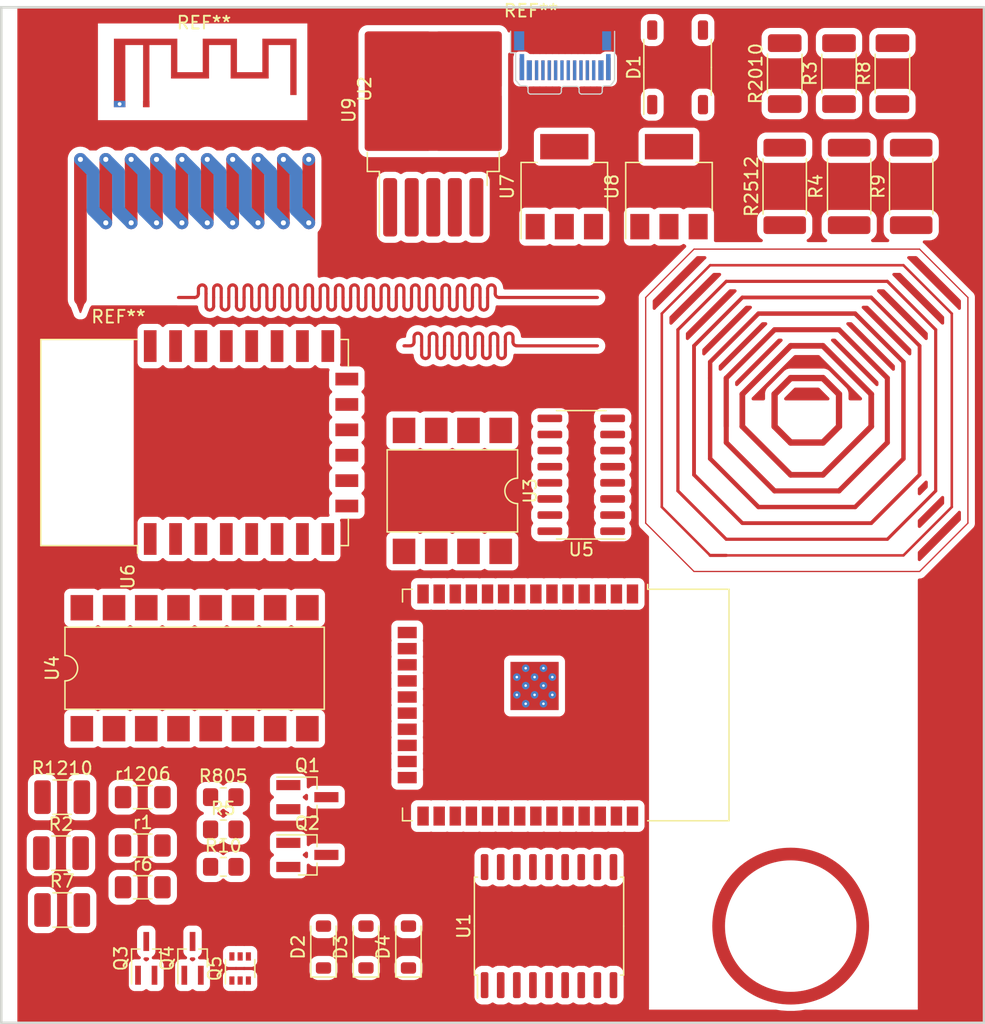
<source format=kicad_pcb>
(kicad_pcb (version 20221018) (generator pcbnew)
  (layers (0 "F.Cu" signal) (31 "B.Cu" signal) (34 "B.Paste" user) (35 "F.Paste" user) (36 "B.SilkS" user "B.Silkscreen") (37 "F.SilkS" user "F.Silkscreen") (38 "B.Mask" user) (39 "F.Mask" user) (44 "Edge.Cuts" user))
  (net 0 "")
  (net 23 "Net-(U2-GND-Pad1)")
  (footprint "Package_TO_SOT_SMD:SOT-323_SC-70_Handsoldering" (layer "F.Cu") (at 179.07 88.9 90)
    (fp_text reference "Q3")
    (fp_text value "2SC4213")
  )
  (footprint "Package_TO_SOT_SMD:SOT-23_Handsoldering" (layer "F.Cu") (at 191.77 76.2)
    (fp_text reference "Q1")
    (fp_text value "BC817")
  )
  (footprint "Package_TO_SOT_SMD:SOT-223-3_TabPin2" (layer "F.Cu") (at 212.025 28.1 90)
    (fp_text reference "U7")
    (fp_text value "AMS1117")
  )
  (footprint "Resistor_SMD:R_1210_3225Metric_Pad1.30x2.65mm_HandSolder" (layer "F.Cu") (at 172.345879 80.610834)
    (fp_text reference "R2")
    (fp_text value "R")
  )
  (footprint "Diode_SMD:D_SOD-123" (layer "F.Cu") (at 199.74 88.01 90)
    (fp_text reference "D4")
    (fp_text value "1N4148W")
  )
  (footprint "Package_TO_SOT_SMD:SOT-223-3_TabPin2" (layer "F.Cu") (at 220.275 28.1 90)
    (fp_text reference "U8")
    (fp_text value "AMS1117")
  )
  (footprint "Resistor_SMD:R_2512_6332Metric_Pad1.40x3.35mm_HandSolder" (layer "F.Cu") (at 239.37 28.08 90)
    (fp_text reference "R9")
    (fp_text value "R")
  )
  (footprint "Package_SO:SOIC-16_3.9x9.9mm_P1.27mm" (layer "F.Cu") (at 213.36 50.8 180)
    (fp_text reference "U5")
    (fp_text value "74HC595")
  )
  (footprint "Resistor_SMD:R_2512_6332Metric_Pad1.40x3.35mm_HandSolder" (layer "F.Cu") (at 234.48 28.08 90)
    (fp_text reference "R4")
    (fp_text value "R")
  )
  (footprint "Resistor_SMD:R_2010_5025Metric_Pad1.40x2.65mm_HandSolder" (layer "F.Cu") (at 233.68 19.19 90)
    (fp_text reference "R3")
    (fp_text value "R")
  )
  (footprint "Package_SO:TSSOP-4_4.4x5mm_P4mm" (layer "F.Cu") (at 220.955 18.7 90)
    (fp_text reference "D1")
    (fp_text value "MDB10S")
  )
  (footprint "Resistor_SMD:R_2512_6332Metric_Pad1.40x3.35mm_HandSolder" (layer "F.Cu") (at 229.4 28.08 90)
    (fp_text reference "R2512")
    (fp_text value "R")
  )
  (footprint "Resistor_SMD:R_0805_2012Metric_Pad1.20x1.40mm_HandSolder" (layer "F.Cu") (at 185.14 81.69)
    (fp_text reference "R10")
    (fp_text value "R")
  )
  (footprint "RF_Module:ESP32-WROOM-32D" (layer "F.Cu") (at 209.15 68.94 -90)
    (fp_text reference "U2")
    (fp_text value "ESP32-WROOM-32D")
  )
  (footprint "Package_TO_SOT_SMD:SOT-23_Handsoldering" (layer "F.Cu") (at 191.77 80.75)
    (fp_text reference "Q2")
    (fp_text value "BC817")
  )
  (footprint "Connector_USB:USB_C_Plug_JAE_DX07P024AJ1" (layer "F.Cu") (at 212.09 17.78)
    (fp_text reference "REF**")
    (fp_text value "USB_C_Plug_JAE_DX07P024AJ1")
    (fp_line (start -4.3 -1.93) (end -4.3 -0.2275) (stroke (width 0.1)) (layer "Edge.Cuts"))
    (fp_line (start -4.3 -0.2275) (end -3.9 -0.2275) (stroke (width 0.1)) (layer "Edge.Cuts"))
    (fp_line (start -3.9 1.9225) (end -3.9 -0.2275) (stroke (width 0.1)) (layer "Edge.Cuts"))
    (fp_line (start -3.53 2.3725) (end -3.9 1.9225) (stroke (width 0.1)) (layer "Edge.Cuts"))
    (fp_line (start -3.125 2.3725) (end -3.53 2.3725) (stroke (width 0.1)) (layer "Edge.Cuts"))
    (fp_line (start -2.925 2.8225) (end -2.925 2.5725) (stroke (width 0.1)) (layer "Edge.Cuts"))
    (fp_line (start -0.5 3.0225) (end -2.725 3.0225) (stroke (width 0.1)) (layer "Edge.Cuts"))
    (fp_line (start -0.3 2.6225) (end -0.3 2.8225) (stroke (width 0.1)) (layer "Edge.Cuts"))
    (fp_line (start -0.1 2.4225) (end 0.9 2.4225) (stroke (width 0.1)) (layer "Edge.Cuts"))
    (fp_line (start 1.1 2.8225) (end 1.1 2.6225) (stroke (width 0.1)) (layer "Edge.Cuts"))
    (fp_line (start 1.3 3.0225) (end 2.725 3.0225) (stroke (width 0.1)) (layer "Edge.Cuts"))
    (fp_line (start 2.925 2.8225) (end 2.925 2.5725) (stroke (width 0.1)) (layer "Edge.Cuts"))
    (fp_line (start 3.125 2.3725) (end 3.575 2.3725) (stroke (width 0.1)) (layer "Edge.Cuts"))
    (fp_line (start 3.575 2.3725) (end 3.9 1.9225) (stroke (width 0.1)) (layer "Edge.Cuts"))
    (fp_line (start 3.9 1.9225) (end 3.9 -1.9175) (stroke (width 0.1)) (layer "Edge.Cuts"))
    (fp_arc (start -3.125 2.3725) (mid -2.983579 2.431079) (end -2.925 2.5725) (stroke (width 0.1)) (layer "Edge.Cuts"))
    (fp_arc (start -2.725 3.0225) (mid -2.866421 2.963921) (end -2.925 2.8225) (stroke (width 0.1)) (layer "Edge.Cuts"))
    (fp_arc (start -0.3 2.6225) (mid -0.241421 2.481079) (end -0.1 2.4225) (stroke (width 0.1)) (layer "Edge.Cuts"))
    (fp_arc (start -0.3 2.8225) (mid -0.358579 2.963921) (end -0.5 3.0225) (stroke (width 0.1)) (layer "Edge.Cuts"))
    (fp_arc (start 0.9 2.4225) (mid 1.041421 2.481079) (end 1.1 2.6225) (stroke (width 0.1)) (layer "Edge.Cuts"))
    (fp_arc (start 1.3 3.0225) (mid 1.158579 2.963921) (end 1.1 2.8225) (stroke (width 0.1)) (layer "Edge.Cuts"))
    (fp_arc (start 2.925 2.5725) (mid 2.983579 2.431079) (end 3.125 2.3725) (stroke (width 0.1)) (layer "Edge.Cuts"))
    (fp_arc (start 2.925 2.8225) (mid 2.866421 2.963921) (end 2.725 3.0225) (stroke (width 0.1)) (layer "Edge.Cuts"))
  )
  (footprint "RF_Module:ESP-12E" (layer "F.Cu") (at 182.88 48.26 90)
    (fp_text reference "U6")
    (fp_text value "ESP-12F")
  )
  (footprint "Resistor_SMD:R_1206_3216Metric_Pad1.30x1.75mm_HandSolder" (layer "F.Cu") (at 178.79 76.2)
    (fp_text reference "r1206")
    (fp_text value "R")
  )
  (footprint "RF_Antenna:Texas_SWRA117D_2.4GHz_Right" (layer "F.Cu") (at 179.07 21.59)
    (fp_text reference "REF**")
    (fp_text value "Texas_SWRA117D_2.4GHz_Right")
  )
  (footprint "Resistor_SMD:R_0805_2012Metric_Pad1.20x1.40mm_HandSolder" (layer "F.Cu") (at 185.14 78.74)
    (fp_text reference "R5")
    (fp_text value "R")
  )
  (footprint "Resistor_SMD:R_2010_5025Metric_Pad1.40x2.65mm_HandSolder" (layer "F.Cu") (at 229.4 19.19 90)
    (fp_text reference "R2010")
    (fp_text value "R")
  )
  (footprint "Resistor_SMD:R_1210_3225Metric_Pad1.30x2.65mm_HandSolder" (layer "F.Cu") (at 172.44 85.09)
    (fp_text reference "R7")
    (fp_text value "R")
  )
  (footprint "Resistor_SMD:R_1206_3216Metric_Pad1.30x1.75mm_HandSolder" (layer "F.Cu") (at 178.79 80.01)
    (fp_text reference "r1")
    (fp_text value "R")
  )
  (footprint "Package_DIP:SMDIP-8_W9.53mm" (layer "F.Cu") (at 203.2 52.07 -90)
    (fp_text reference "U3")
    (fp_text value "LTV-817S")
  )
  (footprint "Resistor_SMD:R_0805_2012Metric_Pad1.20x1.40mm_HandSolder" (layer "F.Cu") (at 185.14 76.2)
    (fp_text reference "R805")
    (fp_text value "R")
  )
  (footprint "Package_SO:SOIC-18W_7.5x11.6mm_P1.27mm" (layer "F.Cu") (at 210.82 86.36 90)
    (fp_text reference "U1")
    (fp_text value "ULN2803A")
  )
  (footprint "Diode_SMD:D_SOD-123" (layer "F.Cu") (at 193.04 88.01 90)
    (fp_text reference "D2")
    (fp_text value "1N4148W")
  )
  (footprint "Package_TO_SOT_SMD:TO-263-5_TabPin3" (layer "F.Cu") (at 201.695 22.075 90)
    (fp_text reference "U9")
    (fp_text value "LM2596S-3.3")
  )
  (footprint "Resistor_SMD:R_2010_5025Metric_Pad1.40x2.65mm_HandSolder" (layer "F.Cu") (at 237.89 19.19 90)
    (fp_text reference "R8")
    (fp_text value "R")
  )
  (footprint "Package_DIP:SMDIP-16_W9.53mm" (layer "F.Cu") (at 182.88 66.04 90)
    (fp_text reference "U4")
    (fp_text value "LTV-847S")
  )
  (footprint "Package_TO_SOT_SMD:SOT-363_SC-70-6" (layer "F.Cu") (at 186.47 89.7 90)
    (fp_text reference "Q5")
    (fp_text value "BC850W")
  )
  (footprint "Diode_SMD:D_SOD-123" (layer "F.Cu") (at 196.39 88.01 90)
    (fp_text reference "D3")
    (fp_text value "1N4148W")
  )
  (footprint "Resistor_SMD:R_1206_3216Metric_Pad1.30x1.75mm_HandSolder" (layer "F.Cu") (at 178.79 83.3)
    (fp_text reference "r6")
    (fp_text value "R")
  )
  (footprint "Resistor_SMD:R_1210_3225Metric_Pad1.30x2.65mm_HandSolder" (layer "F.Cu") (at 172.44 76.2)
    (fp_text reference "R1210")
    (fp_text value "R")
  )
  (footprint "Package_TO_SOT_SMD:SOT-323_SC-70_Handsoldering" (layer "F.Cu") (at 182.72 88.9 90)
    (fp_text reference "Q4")
    (fp_text value "BC817W")
  )
  (footprint "RF_Antenna:Texas_SWRA416_868MHz_915MHz" (layer "F.Cu") (at 182.88 31.75)
    (fp_text reference "REF**")
    (fp_text value "Texas_SWRA416_868MHz_915MHz")
  )
  (gr_circle (center 229.87 86.36) (end 235.549613 86.36) (stroke (width 1)) (fill none) (layer "F.Cu"))
  (gr_rect (start 167.64 13.97) (end 245.11 93.98) (stroke (width 0.2)) (fill none) (layer "Edge.Cuts"))
  (segment (start 234.95 53.34) (end 238.76 49.53) (width 0.35) (layer "F.Cu") (net 0))
  (segment (start 206.78 40.64) (end 206.78 39.94) (width 0.25) (layer "F.Cu") (net 0))
  (segment (start 204.18 36.139203) (end 204.18 36.83) (width 0.25) (layer "F.Cu") (net 0))
  (segment (start 226.06 46.99) (end 226.06 44.45) (width 0.45) (layer "F.Cu") (net 0))
  (segment (start 185.58 37.520774) (end 185.58 36.83) (width 0.25) (layer "F.Cu") (net 0))
  (segment (start 191.58 36.83) (end 191.58 36.139226) (width 0.25) (layer "F.Cu") (net 0))
  (segment (start 207.38 39.94) (end 207.38 40.34) (width 0.25) (layer "F.Cu") (net 0))
  (segment (start 200.78 41.34) (end 200.78 40.64) (width 0.25) (layer "F.Cu") (net 0))
  (segment (start 191.58 37.520774) (end 191.58 36.83) (width 0.25) (layer "F.Cu") (net 0))
  (segment (start 201.98 41.34) (end 201.98 40.64) (width 0.25) (layer "F.Cu") (net 0))
  (segment (start 206.18 39.94) (end 206.18 40.64) (width 0.25) (layer "F.Cu") (net 0))
  (segment (start 237.49 55.88) (end 241.3 52.07) (width 0.25) (layer "F.Cu") (net 0))
  (segment (start 220.98 52.07) (end 224.79 55.88) (width 0.25) (layer "F.Cu") (net 0))
  (segment (start 197.58 37.520774) (end 197.58 36.83) (width 0.25) (layer "F.Cu") (net 0))
  (segment (start 196.38 37.520774) (end 196.38 36.83) (width 0.25) (layer "F.Cu") (net 0))
  (segment (start 240.03 58.42) (end 243.84 54.61) (width 0.1) (layer "F.Cu") (net 0))
  (segment (start 220.98 39.37) (end 220.98 52.07) (width 0.25) (layer "F.Cu") (net 0))
  (segment (start 204.38 41.34) (end 204.38 40.64) (width 0.25) (layer "F.Cu") (net 0))
  (segment (start 194.58 36.139226) (end 194.58 36.83) (width 0.25) (layer "F.Cu") (net 0))
  (segment (start 226.06 44.45) (end 229.87 40.64) (width 0.45) (layer "F.Cu") (net 0))
  (segment (start 202.38 37.520774) (end 202.38 36.83) (width 0.25) (layer "F.Cu") (net 0))
  (segment (start 184.98 36.83) (end 184.98 37.520774) (width 0.25) (layer "F.Cu") (net 0))
  (segment (start 186.18 36.139226) (end 186.18 36.83) (width 0.25) (layer "F.Cu") (net 0))
  (segment (start 195.78 36.83) (end 195.78 37.520774) (width 0.25) (layer "F.Cu") (net 0))
  (segment (start 195.18 36.83) (end 195.18 36.139226) (width 0.25) (layer "F.Cu") (net 0))
  (segment (start 228.6 46.99) (end 228.6 44.45) (width 0.5) (layer "F.Cu") (net 0))
  (segment (start 226.06 36.83) (end 222.25 40.64) (width 0.3) (layer "F.Cu") (net 0))
  (segment (start 205.58 40.64) (end 205.58 39.94) (width 0.25) (layer "F.Cu") (net 0))
  (segment (start 201.98 40.64) (end 201.98 39.94) (width 0.25) (layer "F.Cu") (net 0))
  (segment (start 192.78 36.83) (end 192.78 36.139226) (width 0.25) (layer "F.Cu") (net 0))
  (segment (start 228.6 46.99) (end 229.87 48.26) (width 0.5) (layer "F.Cu") (net 0))
  (segment (start 190.98 36.139226) (end 190.98 36.83) (width 0.25) (layer "F.Cu") (net 0))
  (segment (start 187.98 36.83) (end 187.98 36.139226) (width 0.25) (layer "F.Cu") (net 0))
  (segment (start 184.38 37.520774) (end 184.38 36.83) (width 0.25) (layer "F.Cu") (net 0))
  (segment (start 205.38 36.139226) (end 205.38 36.83) (width 0.25) (layer "F.Cu") (net 0))
  (segment (start 236.22 54.61) (end 240.03 50.8) (width 0.3) (layer "F.Cu") (net 0))
  (segment (start 192.18 36.139226) (end 192.18 36.83) (width 0.25) (layer "F.Cu") (net 0))
  (segment (start 194.58 36.83) (end 194.58 37.520774) (width 0.25) (layer "F.Cu") (net 0))
  (segment (start 242.57 53.34) (end 242.57 38.1) (width 0.2) (layer "F.Cu") (net 0))
  (segment (start 243.84 36.83) (end 240.03 33.02) (width 0.1) (layer "F.Cu") (net 0))
  (segment (start 190.38 37.520774) (end 190.38 36.83) (width 0.25) (layer "F.Cu") (net 0))
  (segment (start 236.22 46.99) (end 236.22 44.45) (width 0.45) (layer "F.Cu") (net 0))
  (segment (start 223.52 41.91) (end 223.52 43.18) (width 0.35) (layer "F.Cu") (net 0))
  (segment (start 232.41 48.26) (end 233.68 46.99) (width 0.5) (layer "F.Cu") (net 0))
  (segment (start 187.38 36.139226) (end 187.38 36.83) (width 0.25) (layer "F.Cu") (net 0))
  (segment (start 187.98 37.520774) (end 187.98 36.83) (width 0.25) (layer "F.Cu") (net 0))
  (segment (start 204.38 40.64) (end 204.38 39.94) (width 0.25) (layer "F.Cu") (net 0))
  (segment (start 222.25 58.42) (end 240.03 58.42) (width 0.1) (layer "F.Cu") (net 0))
  (segment (start 201.38 40.64) (end 201.38 41.34) (width 0.25) (layer "F.Cu") (net 0))
  (segment (start 200.58 36.139226) (end 200.58 36.83) (width 0.25) (layer "F.Cu") (net 0))
  (segment (start 199.88 40.64) (end 199.501527 40.64) (width 0.25) (layer "F.Cu") (net 0))
  (segment (start 241.3 39.37) (end 237.49 35.56) (width 0.25) (layer "F.Cu") (net 0))
  (segment (start 226.06 54.61) (end 236.22 54.61) (width 0.3) (layer "F.Cu") (net 0))
  (segment (start 218.44 36.83) (end 218.44 54.61) (width 0.1) (layer "F.Cu") (net 0))
  (segment (start 232.41 43.18) (end 229.87 43.18) (width 0.5) (layer "F.Cu") (net 0))
  (segment (start 204.98 39.94) (end 204.98 40.64) (width 0.25) (layer "F.Cu") (net 0))
  (segment (start 193.98 37.520774) (end 193.98 36.83) (width 0.25) (layer "F.Cu") (net 0))
  (segment (start 201.78 36.83) (end 201.78 37.520774) (width 0.25) (layer "F.Cu") (net 0))
  (segment (start 224.79 55.88) (end 237.49 55.88) (width 0.25) (layer "F.Cu") (net 0))
  (segment (start 227.33 53.34) (end 234.95 53.34) (width 0.35) (layer "F.Cu") (net 0))
  (segment (start 202.58 39.94) (end 202.58 40.64) (width 0.25) (layer "F.Cu") (net 0))
  (segment (start 199.38 36.139226) (end 199.38 36.83) (width 0.25) (layer "F.Cu") (net 0))
  (segment (start 186.78 37.520774) (end 186.78 36.83) (width 0.25) (layer "F.Cu") (net 0))
  (segment (start 203.18 41.34) (end 203.18 40.64) (width 0.25) (layer "F.Cu") (net 0))
  (segment (start 223.52 34.29) (end 219.71 38.1) (width 0.2) (layer "F.Cu") (net 0))
  (segment (start 190.98 36.83) (end 190.98 37.520774) (width 0.25) (layer "F.Cu") (net 0))
  (segment (start 205.38 36.83) (end 205.38 37.520797) (width 0.25) (layer "F.Cu") (net 0))
  (segment (start 229.87 43.18) (end 228.6 44.45) (width 0.5) (layer "F.Cu") (net 0))
  (segment (start 189.18 36.83) (end 189.18 36.139226) (width 0.25) (layer "F.Cu") (net 0))
  (segment (start 236.22 36.83) (end 226.06 36.83) (width 0.3) (layer "F.Cu") (net 0))
  (segment (start 204.78 37.520774) (end 204.78 36.83) (width 0.25) (layer "F.Cu") (net 0))
  (segment (start 219.71 53.34) (end 223.52 57.15) (width 0.2) (layer "F.Cu") (net 0))
  (segment (start 228.6 52.07) (end 233.68 52.07) (width 0.4) (layer "F.Cu") (net 0))
  (segment (start 188.58 36.139226) (end 188.58 36.83) (width 0.25) (layer "F.Cu") (net 0))
  (segment (start 219.71 38.1) (end 219.71 53.34) (width 0.2) (layer "F.Cu") (net 0))
  (segment (start 222.25 40.64) (end 222.25 50.8) (width 0.3) (layer "F.Cu") (net 0))
  (segment (start 195.18 37.520774) (end 195.18 36.83) (width 0.25) (layer "F.Cu") (net 0))
  (segment (start 206.18 40.64) (end 206.18 41.34) (width 0.25) (layer "F.Cu") (net 0))
  (segment (start 223.52 57.15) (end 238.76 57.15) (width 0.2) (layer "F.Cu") (net 0))
  (segment (start 203.78 39.94) (end 203.78 40.64) (width 0.25) (layer "F.Cu") (net 0))
  (segment (start 236.22 44.45) (end 232.41 40.64) (width 0.45) (layer "F.Cu") (net 0))
  (segment (start 196.98 36.83) (end 196.98 37.520774) (width 0.25) (layer "F.Cu") (net 0))
  (segment (start 233.68 46.99) (end 233.68 44.45) (width 0.5) (layer "F.Cu") (net 0))
  (segment (start 206.78 41.34) (end 206.78 40.64) (width 0.25) (layer "F.Cu") (net 0))
  (segment (start 193.38 36.139226) (end 193.38 36.83) (width 0.25) (layer "F.Cu") (net 0))
  (segment (start 198.78 37.520774) (end 198.78 36.83) (width 0.25) (layer "F.Cu") (net 0))
  (segment (start 193.98 36.83) (end 193.98 36.139226) (width 0.25) (layer "F.Cu") (net 0))
  (segment (start 186.18 36.83) (end 186.18 37.520774) (width 0.25) (layer "F.Cu") (net 0))
  (segment (start 199.38 36.83) (end 199.38 37.520774) (width 0.25) (layer "F.Cu") (net 0))
  (segment (start 205.98 37.520797) (end 205.98 36.83) (width 0.25) (layer "F.Cu") (net 0))
  (segment (start 222.25 33.02) (end 218.44 36.83) (width 0.1) (layer "F.Cu") (net 0))
  (segment (start 222.25 50.8) (end 226.06 54.61) (width 0.3) (layer "F.Cu") (net 0))
  (segment (start 199.98 36.83) (end 199.98 36.139226) (width 0.25) (layer "F.Cu") (net 0))
  (segment (start 203.58 36.83) (end 203.58 36.139203) (width 0.25) (layer "F.Cu") (net 0))
  (segment (start 184.98 36.139226) (end 184.98 36.83) (width 0.25) (layer "F.Cu") (net 0))
  (segment (start 195.78 36.139226) (end 195.78 36.83) (width 0.25) (layer "F.Cu") (net 0))
  (segment (start 233.68 44.45) (end 232.41 43.18) (width 0.5) (layer "F.Cu") (net 0))
  (segment (start 202.98 36.139203) (end 202.98 36.83) (width 0.25) (layer "F.Cu") (net 0))
  (segment (start 228.6 39.37) (end 224.79 43.18) (width 0.4) (layer "F.Cu") (net 0))
  (segment (start 202.38 36.83) (end 202.38 36.139203) (width 0.25) (layer "F.Cu") (net 0))
  (segment (start 183.78 36.53) (end 183.78 37.520774) (width 0.25) (layer "F.Cu") (net 0))
  (segment (start 183.18 36.53) (end 183.18 36.139226) (width 0.25) (layer "F.Cu") (net 0))
  (segment (start 187.38 36.83) (end 187.38 37.520774) (width 0.25) (layer "F.Cu") (net 0))
  (segment (start 233.68 39.37) (end 228.6 39.37) (width 0.4) (layer "F.Cu") (net 0))
  (segment (start 240.03 50.8) (end 240.03 40.64) (width 0.3) (layer "F.Cu") (net 0))
  (segment (start 204.98 40.64) (end 204.98 41.34) (width 0.25) (layer "F.Cu") (net 0))
  (segment (start 202.58 40.64) (end 202.58 41.34) (width 0.25) (layer "F.Cu") (net 0))
  (segment (start 188.58 36.83) (end 188.58 37.520774) (width 0.25) (layer "F.Cu") (net 0))
  (segment (start 224.79 48.26) (end 228.6 52.07) (width 0.4) (layer "F.Cu") (net 0))
  (segment (start 206.88 36.83) (end 214.63 36.83) (width 0.25) (layer "F.Cu") (net 0))
  (segment (start 242.57 38.1) (end 238.76 34.29) (width 0.2) (layer "F.Cu") (net 0))
  (segment (start 189.18 37.520774) (end 189.18 36.83) (width 0.25) (layer "F.Cu") (net 0))
  (segment (start 198.18 36.139226) (end 198.18 36.83) (width 0.25) (layer "F.Cu") (net 0))
  (segment (start 185.58 36.83) (end 185.58 36.139226) (width 0.25) (layer "F.Cu") (net 0))
  (segment (start 236.22 36.83) (end 240.03 40.64) (width 0.3) (layer "F.Cu") (net 0))
  (segment (start 184.38 36.83) (end 184.38 36.139226) (width 0.25) (layer "F.Cu") (net 0))
  (segment (start 203.18 40.64) (end 203.18 39.94) (width 0.25) (layer "F.Cu") (net 0))
  (segment (start 207.38 40.34) (end 207.38 41.34) (width 0.25) (layer "F.Cu") (net 0))
  (segment (start 224.79 46.99) (end 224.79 43.18) (width 0.4) (layer "F.Cu") (net 0))
  (segment (start 199.501527 40.64) (end 199.39 40.64) (width 0.25) (layer "F.Cu") (net 0))
  (segment (start 218.44 54.61) (end 222.25 58.42) (width 0.1) (layer "F.Cu") (net 0))
  (segment (start 207.98 40.34) (end 207.98 39.94) (width 0.25) (layer "F.Cu") (net 0))
  (segment (start 189.78 36.83) (end 189.78 37.520774) (width 0.25) (layer "F.Cu") (net 0))
  (segment (start 214.63 40.64) (end 208.28 40.64) (width 0.25) (layer "F.Cu") (net 0))
  (segment (start 189.78 36.139226) (end 189.78 36.83) (width 0.25) (layer "F.Cu") (net 0))
  (segment (start 200.78 40.64) (end 200.78 39.94) (width 0.25) (layer "F.Cu") (net 0))
  (segment (start 202.98 36.83) (end 202.98 37.520774) (width 0.25) (layer "F.Cu") (net 0))
  (segment (start 238.76 34.29) (end 223.52 34.29) (width 0.2) (layer "F.Cu") (net 0))
  (segment (start 204.78 36.83) (end 204.78 36.139226) (width 0.25) (layer "F.Cu") (net 0))
  (segment (start 232.41 50.8) (end 236.22 46.99) (width 0.45) (layer "F.Cu") (net 0))
  (segment (start 234.95 38.1) (end 227.33 38.1) (width 0.35) (layer "F.Cu") (net 0))
  (segment (start 192.78 37.520774) (end 192.78 36.83) (width 0.25) (layer "F.Cu") (net 0))
  (segment (start 238.76 57.15) (end 242.57 53.34) (width 0.2) (layer "F.Cu") (net 0))
  (segment (start 241.3 52.07) (end 241.3 39.37) (width 0.25) (layer "F.Cu") (net 0))
  (segment (start 196.98 36.139226) (end 196.98 36.83) (width 0.25) (layer "F.Cu") (net 0))
  (segment (start 199.98 37.520774) (end 199.98 36.83) (width 0.25) (layer "F.Cu") (net 0))
  (segment (start 205.58 41.34) (end 205.58 40.64) (width 0.25) (layer "F.Cu") (net 0))
  (segment (start 190.38 36.83) (end 190.38 36.139226) (width 0.25) (layer "F.Cu") (net 0))
  (segment (start 206.58 36.139226) (end 206.58 36.53) (width 0.25) (layer "F.Cu") (net 0))
  (segment (start 238.76 49.53) (end 238.76 41.91) (width 0.35) (layer "F.Cu") (net 0))
  (segment (start 203.58 37.520774) (end 203.58 36.83) (width 0.25) (layer "F.Cu") (net 0))
  (segment (start 201.18 37.520774) (end 201.18 36.83) (width 0.25) (layer "F.Cu") (net 0))
  (segment (start 203.78 40.64) (end 203.78 41.34) (width 0.25) (layer "F.Cu") (net 0))
  (segment (start 205.98 36.83) (end 205.98 36.139226) (width 0.25) (layer "F.Cu") (net 0))
  (segment (start 223.52 57.15) (end 224.79 57.15) (width 0.25) (layer "F.Cu") (net 0))
  (segment (start 198.78 36.83) (end 198.78 36.139226) (width 0.25) (layer "F.Cu") (net 0))
  (segment (start 181.61 36.83) (end 182.88 36.83) (width 0.25) (layer "F.Cu") (net 0))
  (segment (start 232.41 40.64) (end 229.87 40.64) (width 0.45) (layer "F.Cu") (net 0))
  (segment (start 229.87 50.8) (end 232.41 50.8) (width 0.45) (layer "F.Cu") (net 0))
  (segment (start 240.03 33.02) (end 222.25 33.02) (width 0.1) (layer "F.Cu") (net 0))
  (segment (start 237.49 43.18) (end 233.68 39.37) (width 0.4) (layer "F.Cu") (net 0))
  (segment (start 227.33 38.1) (end 223.52 41.91) (width 0.35) (layer "F.Cu") (net 0))
  (segment (start 192.18 36.83) (end 192.18 37.520774) (width 0.25) (layer "F.Cu") (net 0))
  (segment (start 183.78 36.139226) (end 183.78 36.53) (width 0.25) (layer "F.Cu") (net 0))
  (segment (start 237.49 35.56) (end 224.79 35.56) (width 0.25) (layer "F.Cu") (net 0))
  (segment (start 243.84 54.61) (end 243.84 36.83) (width 0.1) (layer "F.Cu") (net 0))
  (segment (start 198.18 36.83) (end 198.18 37.520774) (width 0.25) (layer "F.Cu") (net 0))
  (segment (start 224.79 35.56) (end 220.98 39.37) (width 0.25) (layer "F.Cu") (net 0))
  (segment (start 201.38 39.94) (end 201.38 40.64) (width 0.25) (layer "F.Cu") (net 0))
  (segment (start 193.38 36.83) (end 193.38 37.520774) (width 0.25) (layer "F.Cu") (net 0))
  (segment (start 229.87 48.26) (end 232.41 48.26) (width 0.5) (layer "F.Cu") (net 0))
  (segment (start 200.58 36.83) (end 200.58 37.520774) (width 0.25) (layer "F.Cu") (net 0))
  (segment (start 223.52 49.53) (end 227.33 53.34) (width 0.35) (layer "F.Cu") (net 0))
  (segment (start 197.58 36.83) (end 197.58 36.139226) (width 0.25) (layer "F.Cu") (net 0))
  (segment (start 196.38 36.83) (end 196.38 36.139226) (width 0.25) (layer "F.Cu") (net 0))
  (segment (start 223.52 49.53) (end 223.52 43.18) (width 0.35) (layer "F.Cu") (net 0))
  (segment (start 200.18 39.94) (end 200.18 40.34) (width 0.25) (layer "F.Cu") (net 0))
  (segment (start 238.76 41.91) (end 234.95 38.1) (width 0.35) (layer "F.Cu") (net 0))
  (segment (start 237.49 48.26) (end 237.49 43.18) (width 0.4) (layer "F.Cu") (net 0))
  (segment (start 233.68 52.07) (end 237.49 48.26) (width 0.4) (layer "F.Cu") (net 0))
  (segment (start 229.87 50.8) (end 226.06 46.99) (width 0.45) (layer "F.Cu") (net 0))
  (segment (start 201.78 36.139226) (end 201.78 36.83) (width 0.25) (layer "F.Cu") (net 0))
  (segment (start 186.78 36.83) (end 186.78 36.139226) (width 0.25) (layer "F.Cu") (net 0))
  (segment (start 204.18 36.83) (end 204.18 37.520774) (width 0.25) (layer "F.Cu") (net 0))
  (segment (start 224.79 43.18) (end 224.79 48.26) (width 0.4) (layer "F.Cu") (net 0))
  (segment (start 201.18 36.83) (end 201.18 36.139226) (width 0.25) (layer "F.Cu") (net 0))
  (arc (start 208.28 40.64) (mid 208.067868 40.552132) (end 207.98 40.34) (width 0.25) (layer "F.Cu") (net 0))
  (arc (start 185.88 35.839226) (mid 186.092132 35.927094) (end 186.18 36.139226) (width 0.25) (layer "F.Cu") (net 0))
  (arc (start 190.68 35.839226) (mid 190.892132 35.927094) (end 190.98 36.139226) (width 0.25) (layer "F.Cu") (net 0))
  (arc (start 202.38 36.139203) (mid 202.467868 35.927071) (end 202.68 35.839203) (width 0.25) (layer "F.Cu") (net 0))
  (arc (start 189.78 37.520774) (mid 189.867868 37.732906) (end 190.08 37.820774) (width 0.25) (layer "F.Cu") (net 0))
  (arc (start 204.48 37.820774) (mid 204.692132 37.732906) (end 204.78 37.520774) (width 0.25) (layer "F.Cu") (net 0))
  (arc (start 204.38 39.94) (mid 204.292132 39.727868) (end 204.08 39.64) (width 0.25) (layer "F.Cu") (net 0))
  (arc (start 189.48 35.839226) (mid 189.692132 35.927094) (end 189.78 36.139226) (width 0.25) (layer "F.Cu") (net 0))
  (arc (start 188.58 37.520774) (mid 188.667868 37.732906) (end 188.88 37.820774) (width 0.25) (layer "F.Cu") (net 0))
  (arc (start 185.58 36.139226) (mid 185.667868 35.927094) (end 185.88 35.839226) (width 0.25) (layer "F.Cu") (net 0))
  (arc (start 187.98 36.139226) (mid 188.067868 35.927094) (end 188.28 35.839226) (width 0.25) (layer "F.Cu") (net 0))
  (arc (start 201.98 39.94) (mid 201.892132 39.727868) (end 201.68 39.64) (width 0.25) (layer "F.Cu") (net 0))
  (arc (start 184.68 35.839226) (mid 184.892132 35.927094) (end 184.98 36.139226) (width 0.25) (layer "F.Cu") (net 0))
  (arc (start 204.68 41.64) (mid 204.467868 41.552132) (end 204.38 41.34) (width 0.25) (layer "F.Cu") (net 0))
  (arc (start 198.78 36.139226) (mid 198.867868 35.927094) (end 199.08 35.839226) (width 0.25) (layer "F.Cu") (net 0))
  (arc (start 205.88 41.64) (mid 205.667868 41.552132) (end 205.58 41.34) (width 0.25) (layer "F.Cu") (net 0))
  (arc (start 205.98 36.139226) (mid 206.067868 35.927094) (end 206.28 35.839226) (width 0.25) (layer "F.Cu") (net 0))
  (arc (start 188.28 35.839226) (mid 188.492132 35.927094) (end 188.58 36.139226) (width 0.25) (layer "F.Cu") (net 0))
  (arc (start 196.38 36.139226) (mid 196.467868 35.927094) (end 196.68 35.839226) (width 0.25) (layer "F.Cu") (net 0))
  (arc (start 186.78 36.139226) (mid 186.867868 35.927094) (end 187.08 35.839226) (width 0.25) (layer "F.Cu") (net 0))
  (arc (start 196.08 37.820774) (mid 196.292132 37.732906) (end 196.38 37.520774) (width 0.25) (layer "F.Cu") (net 0))
  (arc (start 193.38 37.520774) (mid 193.467868 37.732906) (end 193.68 37.820774) (width 0.25) (layer "F.Cu") (net 0))
  (arc (start 204.98 41.34) (mid 204.892132 41.552132) (end 204.68 41.64) (width 0.25) (layer "F.Cu") (net 0))
  (arc (start 195.78 37.520774) (mid 195.867868 37.732906) (end 196.08 37.820774) (width 0.25) (layer "F.Cu") (net 0))
  (arc (start 202.58 41.34) (mid 202.492132 41.552132) (end 202.28 41.64) (width 0.25) (layer "F.Cu") (net 0))
  (arc (start 184.08 37.820774) (mid 184.292132 37.732906) (end 184.38 37.520774) (width 0.25) (layer "F.Cu") (net 0))
  (arc (start 203.18 39.94) (mid 203.092132 39.727868) (end 202.88 39.64) (width 0.25) (layer "F.Cu") (net 0))
  (arc (start 204.08 39.64) (mid 203.867868 39.727868) (end 203.78 39.94) (width 0.25) (layer "F.Cu") (net 0))
  (arc (start 182.88 36.83) (mid 183.092132 36.742132) (end 183.18 36.53) (width 0.25) (layer "F.Cu") (net 0))
  (arc (start 193.68 37.820774) (mid 193.892132 37.732906) (end 193.98 37.520774) (width 0.25) (layer "F.Cu") (net 0))
  (arc (start 203.78 41.34) (mid 203.692132 41.552132) (end 203.48 41.64) (width 0.25) (layer "F.Cu") (net 0))
  (arc (start 202.08 37.820774) (mid 202.292132 37.732906) (end 202.38 37.520774) (width 0.25) (layer "F.Cu") (net 0))
  (arc (start 203.88 35.839203) (mid 204.092132 35.927071) (end 204.18 36.139203) (width 0.25) (layer "F.Cu") (net 0))
  (arc (start 193.08 35.839226) (mid 193.292132 35.927094) (end 193.38 36.139226) (width 0.25) (layer "F.Cu") (net 0))
  (arc (start 191.88 35.839226) (mid 192.092132 35.927094) (end 192.18 36.139226) (width 0.25) (layer "F.Cu") (net 0))
  (arc (start 194.88 37.820774) (mid 195.092132 37.732906) (end 195.18 37.520774) (width 0.25) (layer "F.Cu") (net 0))
  (arc (start 183.78 37.520774) (mid 183.867868 37.732906) (end 184.08 37.820774) (width 0.25) (layer "F.Cu") (net 0))
  (arc (start 191.58 36.139226) (mid 191.667868 35.927094) (end 191.88 35.839226) (width 0.25) (layer "F.Cu") (net 0))
  (arc (start 207.68 39.64) (mid 207.467868 39.727868) (end 207.38 39.94) (width 0.25) (layer "F.Cu") (net 0))
  (arc (start 206.78 39.94) (mid 206.692132 39.727868) (end 206.48 39.64) (width 0.25) (layer "F.Cu") (net 0))
  (arc (start 190.98 37.520774) (mid 191.067868 37.732906) (end 191.28 37.820774) (width 0.25) (layer "F.Cu") (net 0))
  (arc (start 187.08 35.839226) (mid 187.292132 35.927094) (end 187.38 36.139226) (width 0.25) (layer "F.Cu") (net 0))
  (arc (start 203.58 36.139203) (mid 203.667868 35.927071) (end 203.88 35.839203) (width 0.25) (layer "F.Cu") (net 0))
  (arc (start 201.18 36.139226) (mid 201.267868 35.927094) (end 201.48 35.839226) (width 0.25) (layer "F.Cu") (net 0))
  (arc (start 205.58 39.94) (mid 205.492132 39.727868) (end 205.28 39.64) (width 0.25) (layer "F.Cu") (net 0))
  (arc (start 186.18 37.520774) (mid 186.267868 37.732906) (end 186.48 37.820774) (width 0.25) (layer "F.Cu") (net 0))
  (arc (start 206.28 35.839226) (mid 206.492132 35.927094) (end 206.58 36.139226) (width 0.25) (layer "F.Cu") (net 0))
  (arc (start 201.48 35.839226) (mid 201.692132 35.927094) (end 201.78 36.139226) (width 0.25) (layer "F.Cu") (net 0))
  (arc (start 188.88 37.820774) (mid 189.092132 37.732906) (end 189.18 37.520774) (width 0.25) (layer "F.Cu") (net 0))
  (arc (start 202.98 37.520774) (mid 203.067868 37.732906) (end 203.28 37.820774) (width 0.25) (layer "F.Cu") (net 0))
  (arc (start 189.18 36.139226) (mid 189.267868 35.927094) (end 189.48 35.839226) (width 0.25) (layer "F.Cu") (net 0))
  (arc (start 201.68 39.64) (mid 201.467868 39.727868) (end 201.38 39.94) (width 0.25) (layer "F.Cu") (net 0))
  (arc (start 194.58 37.520774) (mid 194.667868 37.732906) (end 194.88 37.820774) (width 0.25) (layer "F.Cu") (net 0))
  (arc (start 186.48 37.820774) (mid 186.692132 37.732906) (end 186.78 37.520774) (width 0.25) (layer "F.Cu") (net 0))
  (arc (start 206.18 41.34) (mid 206.092132 41.552132) (end 205.88 41.64) (width 0.25) (layer "F.Cu") (net 0))
  (arc (start 206.58 36.53) (mid 206.667868 36.742132) (end 206.88 36.83) (width 0.25) (layer "F.Cu") (net 0))
  (arc (start 201.38 41.34) (mid 201.292132 41.552132) (end 201.08 41.64) (width 0.25) (layer "F.Cu") (net 0))
  (arc (start 185.28 37.820774) (mid 185.492132 37.732906) (end 185.58 37.520774) (width 0.25) (layer "F.Cu") (net 0))
  (arc (start 204.78 36.139226) (mid 204.867868 35.927094) (end 205.08 35.839226) (width 0.25) (layer "F.Cu") (net 0))
  (arc (start 200.88 37.820774) (mid 201.092132 37.732906) (end 201.18 37.520774) (width 0.25) (layer "F.Cu") (net 0))
  (arc (start 204.18 37.520774) (mid 204.267868 37.732906) (end 204.48 37.820774) (width 0.25) (layer "F.Cu") (net 0))
  (arc (start 202.28 41.64) (mid 202.067868 41.552132) (end 201.98 41.34) (width 0.25) (layer "F.Cu") (net 0))
  (arc (start 197.88 35.839226) (mid 198.092132 35.927094) (end 198.18 36.139226) (width 0.25) (layer "F.Cu") (net 0))
  (arc (start 190.38 36.139226) (mid 190.467868 35.927094) (end 190.68 35.839226) (width 0.25) (layer "F.Cu") (net 0))
  (arc (start 192.78 36.139226) (mid 192.867868 35.927094) (end 193.08 35.839226) (width 0.25) (layer "F.Cu") (net 0))
  (arc (start 193.98 36.139226) (mid 194.067868 35.927094) (end 194.28 35.839226) (width 0.25) (layer "F.Cu") (net 0))
  (arc (start 198.18 37.520774) (mid 198.267868 37.732906) (end 198.48 37.820774) (width 0.25) (layer "F.Cu") (net 0))
  (arc (start 184.98 37.520774) (mid 185.067868 37.732906) (end 185.28 37.820774) (width 0.25) (layer "F.Cu") (net 0))
  (arc (start 195.48 35.839226) (mid 195.692132 35.927094) (end 195.78 36.139226) (width 0.25) (layer "F.Cu") (net 0))
  (arc (start 200.28 35.839226) (mid 200.492132 35.927094) (end 200.58 36.139226) (width 0.25) (layer "F.Cu") (net 0))
  (arc (start 184.38 36.139226) (mid 184.467868 35.927094) (end 184.68 35.839226) (width 0.25) (layer "F.Cu") (net 0))
  (arc (start 187.38 37.520774) (mid 187.467868 37.732906) (end 187.68 37.820774) (width 0.25) (layer "F.Cu") (net 0))
  (arc (start 197.28 37.820774) (mid 197.492132 37.732906) (end 197.58 37.520774) (width 0.25) (layer "F.Cu") (net 0))
  (arc (start 202.68 35.839203) (mid 202.892132 35.927071) (end 202.98 36.139203) (width 0.25) (layer "F.Cu") (net 0))
  (arc (start 194.28 35.839226) (mid 194.492132 35.927094) (end 194.58 36.139226) (width 0.25) (layer "F.Cu") (net 0))
  (arc (start 183.18 36.139226) (mid 183.267868 35.927094) (end 183.48 35.839226) (width 0.25) (layer "F.Cu") (net 0))
  (arc (start 205.28 39.64) (mid 205.067868 39.727868) (end 204.98 39.94) (width 0.25) (layer "F.Cu") (net 0))
  (arc (start 199.98 36.139226) (mid 200.067868 35.927094) (end 200.28 35.839226) (width 0.25) (layer "F.Cu") (net 0))
  (arc (start 201.78 37.520774) (mid 201.867868 37.732906) (end 202.08 37.820774) (width 0.25) (layer "F.Cu") (net 0))
  (arc (start 195.18 36.139226) (mid 195.267868 35.927094) (end 195.48 35.839226) (width 0.25) (layer "F.Cu") (net 0))
  (arc (start 207.98 39.94) (mid 207.892132 39.727868) (end 207.68 39.64) (width 0.25) (layer "F.Cu") (net 0))
  (arc (start 199.38 37.520774) (mid 199.467868 37.732906) (end 199.68 37.820774) (width 0.25) (layer "F.Cu") (net 0))
  (arc (start 187.68 37.820774) (mid 187.892132 37.732906) (end 187.98 37.520774) (width 0.25) (layer "F.Cu") (net 0))
  (arc (start 203.28 37.820774) (mid 203.492132 37.732906) (end 203.58 37.520774) (width 0.25) (layer "F.Cu") (net 0))
  (arc (start 206.48 39.64) (mid 206.267868 39.727868) (end 206.18 39.94) (width 0.25) (layer "F.Cu") (net 0))
  (arc (start 198.48 37.820774) (mid 198.692132 37.732906) (end 198.78 37.520774) (width 0.25) (layer "F.Cu") (net 0))
  (arc (start 207.08 41.64) (mid 206.867868 41.552132) (end 206.78 41.34) (width 0.25) (layer "F.Cu") (net 0))
  (arc (start 200.48 39.64) (mid 200.267868 39.727868) (end 200.18 39.94) (width 0.25) (layer "F.Cu") (net 0))
  (arc (start 196.68 35.839226) (mid 196.892132 35.927094) (end 196.98 36.139226) (width 0.25) (layer "F.Cu") (net 0))
  (arc (start 202.88 39.64) (mid 202.667868 39.727868) (end 202.58 39.94) (width 0.25) (layer "F.Cu") (net 0))
  (arc (start 200.58 37.520774) (mid 200.667868 37.732906) (end 200.88 37.820774) (width 0.25) (layer "F.Cu") (net 0))
  (arc (start 197.58 36.139226) (mid 197.667868 35.927094) (end 197.88 35.839226) (width 0.25) (layer "F.Cu") (net 0))
  (arc (start 203.48 41.64) (mid 203.267868 41.552132) (end 203.18 41.34) (width 0.25) (layer "F.Cu") (net 0))
  (arc (start 200.18 40.34) (mid 200.092132 40.552132) (end 199.88 40.64) (width 0.25) (layer "F.Cu") (net 0))
  (arc (start 207.38 41.34) (mid 207.292132 41.552132) (end 207.08 41.64) (width 0.25) (layer "F.Cu") (net 0))
  (arc (start 192.48 37.820774) (mid 192.692132 37.732906) (end 192.78 37.520774) (width 0.25) (layer "F.Cu") (net 0))
  (arc (start 205.68 37.820797) (mid 205.892132 37.732929) (end 205.98 37.520797) (width 0.25) (layer "F.Cu") (net 0))
  (arc (start 205.08 35.839226) (mid 205.292132 35.927094) (end 205.38 36.139226) (width 0.25) (layer "F.Cu") (net 0))
  (arc (start 196.98 37.520774) (mid 197.067868 37.732906) (end 197.28 37.820774) (width 0.25) (layer "F.Cu") (net 0))
  (arc (start 205.38 37.520797) (mid 205.467868 37.732929) (end 205.68 37.820797) (width 0.25) (layer "F.Cu") (net 0))
  (arc (start 192.18 37.520774) (mid 192.267868 37.732906) (end 192.48 37.820774) (width 0.25) (layer "F.Cu") (net 0))
  (arc (start 190.08 37.820774) (mid 190.292132 37.732906) (end 190.38 37.520774) (width 0.25) (layer "F.Cu") (net 0))
  (arc (start 199.68 37.820774) (mid 199.892132 37.732906) (end 199.98 37.520774) (width 0.25) (layer "F.Cu") (net 0))
  (arc (start 200.78 39.94) (mid 200.692132 39.727868) (end 200.48 39.64) (width 0.25) (layer "F.Cu") (net 0))
  (arc (start 191.28 37.820774) (mid 191.492132 37.732906) (end 191.58 37.520774) (width 0.25) (layer "F.Cu") (net 0))
  (arc (start 183.48 35.839226) (mid 183.692132 35.927094) (end 183.78 36.139226) (width 0.25) (layer "F.Cu") (net 0))
  (arc (start 199.08 35.839226) (mid 199.292132 35.927094) (end 199.38 36.139226) (width 0.25) (layer "F.Cu") (net 0))
  (arc (start 201.08 41.64) (mid 200.867868 41.552132) (end 200.78 41.34) (width 0.25) (layer "F.Cu") (net 0))
  (zone (net 0) (net_name "") (layer "F.Cu") (connect_pads (clearance 0.5)) (min_thickness 0.25) (fill yes (thermal_gap 0.5) (thermal_bridge_width 0.5) (island_removal_mode 1) (island_area_min 10))
    (polygon (pts (xy 168.91 13.97) (xy 245.11 13.97) (xy 245.11 93.98) (xy 168.91 93.98)))
  )
  (zone (net 0) (net_name "") (layer "F.Cu") (connect_pads (clearance 0)) (min_thickness 0.25)
    (keepout (tracks not_allowed) (vias not_allowed) (pads not_allowed) (copperpour not_allowed) (footprints allowed))
    (fill (thermal_gap 0.5) (thermal_bridge_width 0.5) (island_removal_mode 1) (island_area_min 10))
    (polygon (pts (xy 175.26 15.24) (xy 191.77 15.24) (xy 191.77 22.86) (xy 175.26 22.86)))
  )
)
</source>
